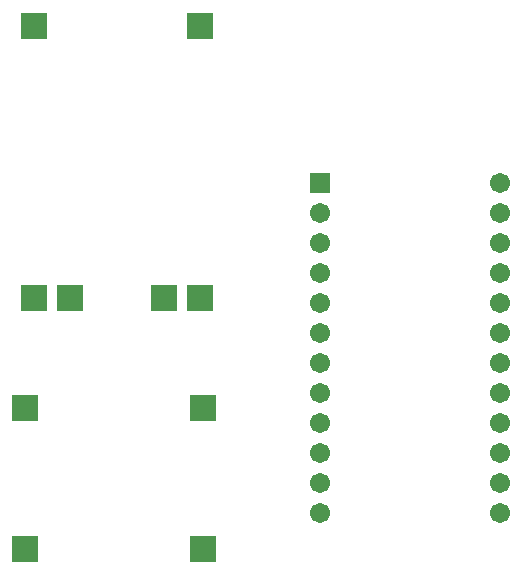
<source format=gbs>
G04*
G04 #@! TF.GenerationSoftware,Altium Limited,Altium Designer,19.0.9 (268)*
G04*
G04 Layer_Color=16711935*
%FSLAX25Y25*%
%MOIN*%
G70*
G01*
G75*
%ADD22C,0.06706*%
%ADD23R,0.06706X0.06706*%
%ADD24R,0.08674X0.08674*%
D22*
X206000Y172500D02*
D03*
Y162500D02*
D03*
Y152500D02*
D03*
Y142500D02*
D03*
Y132500D02*
D03*
Y122500D02*
D03*
Y112500D02*
D03*
Y102500D02*
D03*
Y92500D02*
D03*
Y82500D02*
D03*
Y72500D02*
D03*
Y62500D02*
D03*
X146000D02*
D03*
Y72500D02*
D03*
Y82500D02*
D03*
Y92500D02*
D03*
Y102500D02*
D03*
Y112500D02*
D03*
Y122500D02*
D03*
Y132500D02*
D03*
Y142500D02*
D03*
Y152500D02*
D03*
Y162500D02*
D03*
D23*
Y172500D02*
D03*
D24*
X107000Y97744D02*
D03*
Y50500D02*
D03*
X47945Y97744D02*
D03*
Y50500D02*
D03*
X106059Y134224D02*
D03*
X50941D02*
D03*
X62752D02*
D03*
X94248D02*
D03*
X50941Y224776D02*
D03*
X106059D02*
D03*
M02*

</source>
